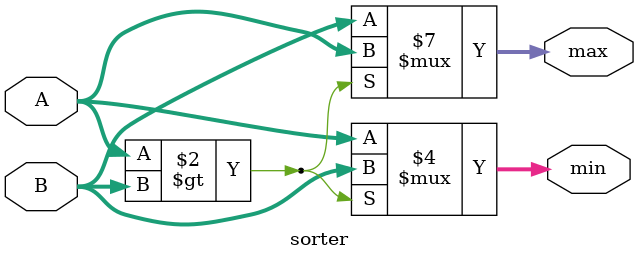
<source format=sv>
module sorter (
  input  logic [7:0] A,     // First 8-bit input value
  input  logic [7:0] B,     // Second 8-bit input value
  output logic [7:0] max,   // Output: Maximum of A and B
  output logic [7:0] min    // Output: Minimum of A and B
);

  // Combinational logic for comparing A and B
  always_comb begin
    if (A > B) begin
      max = A;
      min = B;
    end else begin
      max = B;
      min = A;
    end
  end

endmodule

</source>
